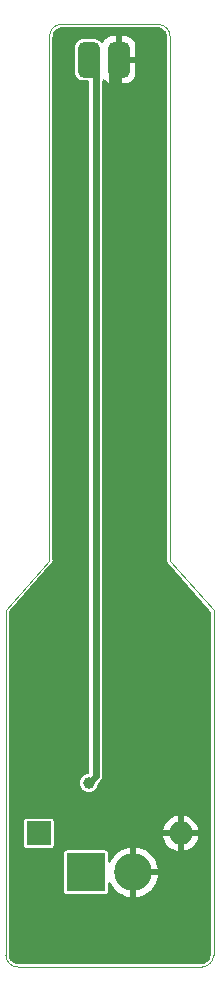
<source format=gbr>
%TF.GenerationSoftware,KiCad,Pcbnew,6.0.2-378541a8eb~116~ubuntu20.04.1*%
%TF.CreationDate,2022-02-19T19:42:58-08:00*%
%TF.ProjectId,menorah555_shamash,6d656e6f-7261-4683-9535-355f7368616d,B*%
%TF.SameCoordinates,Original*%
%TF.FileFunction,Copper,L1,Top*%
%TF.FilePolarity,Positive*%
%FSLAX46Y46*%
G04 Gerber Fmt 4.6, Leading zero omitted, Abs format (unit mm)*
G04 Created by KiCad (PCBNEW 6.0.2-378541a8eb~116~ubuntu20.04.1) date 2022-02-19 19:42:58*
%MOMM*%
%LPD*%
G01*
G04 APERTURE LIST*
G04 Aperture macros list*
%AMRoundRect*
0 Rectangle with rounded corners*
0 $1 Rounding radius*
0 $2 $3 $4 $5 $6 $7 $8 $9 X,Y pos of 4 corners*
0 Add a 4 corners polygon primitive as box body*
4,1,4,$2,$3,$4,$5,$6,$7,$8,$9,$2,$3,0*
0 Add four circle primitives for the rounded corners*
1,1,$1+$1,$2,$3*
1,1,$1+$1,$4,$5*
1,1,$1+$1,$6,$7*
1,1,$1+$1,$8,$9*
0 Add four rect primitives between the rounded corners*
20,1,$1+$1,$2,$3,$4,$5,0*
20,1,$1+$1,$4,$5,$6,$7,0*
20,1,$1+$1,$6,$7,$8,$9,0*
20,1,$1+$1,$8,$9,$2,$3,0*%
G04 Aperture macros list end*
%TA.AperFunction,Profile*%
%ADD10C,0.050000*%
%TD*%
%TA.AperFunction,SMDPad,CuDef*%
%ADD11RoundRect,0.450000X0.450000X1.050000X-0.450000X1.050000X-0.450000X-1.050000X0.450000X-1.050000X0*%
%TD*%
%TA.AperFunction,ComponentPad*%
%ADD12R,2.000000X2.000000*%
%TD*%
%TA.AperFunction,ComponentPad*%
%ADD13O,2.000000X2.000000*%
%TD*%
%TA.AperFunction,ComponentPad*%
%ADD14R,3.200000X3.200000*%
%TD*%
%TA.AperFunction,ComponentPad*%
%ADD15O,3.200000X3.200000*%
%TD*%
%TA.AperFunction,ViaPad*%
%ADD16C,1.000000*%
%TD*%
%TA.AperFunction,Conductor*%
%ADD17C,0.600000*%
%TD*%
G04 APERTURE END LIST*
D10*
X110100000Y-64800000D02*
X118300000Y-64800000D01*
X119300000Y-110200000D02*
X123000000Y-114400000D01*
X109100000Y-110200000D02*
X105400000Y-114400000D01*
X109100000Y-65800000D02*
X109100000Y-110200000D01*
X110100000Y-64800000D02*
G75*
G03*
X109100000Y-65800000I-1J-999999D01*
G01*
X105400000Y-114400000D02*
X105400000Y-143600000D01*
X123000000Y-114400000D02*
X123000000Y-143600000D01*
X119300000Y-65800000D02*
X119300000Y-110200000D01*
X119300000Y-65800000D02*
G75*
G03*
X118300000Y-64800000I-999999J1D01*
G01*
X122000000Y-144600000D02*
G75*
G03*
X123000000Y-143600000I1J999999D01*
G01*
X106400000Y-144600000D02*
X122000000Y-144600000D01*
X105400000Y-143600000D02*
G75*
G03*
X106400000Y-144600000I999999J-1D01*
G01*
D11*
%TO.P,LED1,1,K*%
%TO.N,GND*%
X114970000Y-67800000D03*
%TO.P,LED1,2,A*%
%TO.N,Net-(LED1-Pad2)*%
X112430000Y-67800000D03*
%TD*%
D12*
%TO.P,C19,1*%
%TO.N,Net-(C19-Pad1)*%
X108200000Y-133300000D03*
D13*
%TO.P,C19,2*%
%TO.N,GND*%
X120200000Y-133300000D03*
%TD*%
D14*
%TO.P,J3,1,In*%
%TO.N,Net-(C19-Pad1)*%
X112200000Y-136600000D03*
D15*
%TO.P,J3,2,Ext*%
%TO.N,GND*%
X116200000Y-136600000D03*
%TD*%
D16*
%TO.N,GND*%
X117900000Y-69200000D03*
X110300000Y-69200000D03*
X117230000Y-129110000D03*
%TO.N,Net-(LED1-Pad2)*%
X112430000Y-129020000D03*
%TD*%
D17*
%TO.N,GND*%
X117160000Y-129110000D02*
X117230000Y-129110000D01*
X114380000Y-126330000D02*
X117160000Y-129110000D01*
X114970000Y-67800000D02*
X114380000Y-68390000D01*
X114380000Y-68390000D02*
X114380000Y-126330000D01*
%TO.N,Net-(LED1-Pad2)*%
X112430000Y-67800000D02*
X113030000Y-68400000D01*
X113030000Y-68400000D02*
X113030000Y-128420000D01*
X113030000Y-128420000D02*
X112430000Y-129020000D01*
%TD*%
%TA.AperFunction,Conductor*%
%TO.N,GND*%
G36*
X118287153Y-65056421D02*
G01*
X118300000Y-65058976D01*
X118312172Y-65056555D01*
X118319754Y-65056555D01*
X118332104Y-65057162D01*
X118433188Y-65067118D01*
X118457408Y-65071935D01*
X118573617Y-65107187D01*
X118596418Y-65116631D01*
X118703517Y-65173876D01*
X118724047Y-65187594D01*
X118817909Y-65264626D01*
X118835374Y-65282091D01*
X118912406Y-65375953D01*
X118926124Y-65396483D01*
X118983369Y-65503582D01*
X118992813Y-65526383D01*
X119028065Y-65642592D01*
X119032882Y-65666812D01*
X119042838Y-65767896D01*
X119043445Y-65780246D01*
X119043445Y-65787828D01*
X119041024Y-65800000D01*
X119043445Y-65812170D01*
X119043579Y-65812844D01*
X119046000Y-65837425D01*
X119046000Y-110150404D01*
X119044849Y-110159220D01*
X119045509Y-110159262D01*
X119044725Y-110171652D01*
X119041541Y-110183642D01*
X119043188Y-110195938D01*
X119045004Y-110209495D01*
X119045512Y-110213874D01*
X119046000Y-110218828D01*
X119046000Y-110225017D01*
X119048537Y-110237771D01*
X119049842Y-110245622D01*
X119054955Y-110283795D01*
X119059119Y-110290969D01*
X119060737Y-110299106D01*
X119067630Y-110309422D01*
X119067631Y-110309424D01*
X119082133Y-110331127D01*
X119086345Y-110337883D01*
X119092872Y-110349130D01*
X119096970Y-110353782D01*
X119099875Y-110357817D01*
X119102380Y-110361430D01*
X119116876Y-110383124D01*
X119127191Y-110390016D01*
X119135970Y-110398795D01*
X119135502Y-110399263D01*
X119142194Y-110405117D01*
X122646578Y-114383066D01*
X122714545Y-114460218D01*
X122744566Y-114524555D01*
X122746000Y-114543508D01*
X122746000Y-143562575D01*
X122743579Y-143587153D01*
X122741024Y-143600000D01*
X122743445Y-143612172D01*
X122743445Y-143619754D01*
X122742838Y-143632104D01*
X122732882Y-143733188D01*
X122728065Y-143757408D01*
X122692813Y-143873617D01*
X122683369Y-143896418D01*
X122626124Y-144003517D01*
X122612406Y-144024047D01*
X122535374Y-144117909D01*
X122517909Y-144135374D01*
X122424047Y-144212406D01*
X122403517Y-144226124D01*
X122296418Y-144283369D01*
X122273617Y-144292813D01*
X122157408Y-144328065D01*
X122133188Y-144332882D01*
X122032104Y-144342838D01*
X122019754Y-144343445D01*
X122012172Y-144343445D01*
X122000000Y-144341024D01*
X121987153Y-144343579D01*
X121962575Y-144346000D01*
X106437425Y-144346000D01*
X106412847Y-144343579D01*
X106400000Y-144341024D01*
X106387828Y-144343445D01*
X106380246Y-144343445D01*
X106367896Y-144342838D01*
X106266812Y-144332882D01*
X106242592Y-144328065D01*
X106126383Y-144292813D01*
X106103582Y-144283369D01*
X105996483Y-144226124D01*
X105975953Y-144212406D01*
X105882091Y-144135374D01*
X105864626Y-144117909D01*
X105787594Y-144024047D01*
X105773876Y-144003517D01*
X105716631Y-143896418D01*
X105707187Y-143873617D01*
X105671935Y-143757408D01*
X105667118Y-143733188D01*
X105657162Y-143632104D01*
X105656555Y-143619754D01*
X105656555Y-143612172D01*
X105658976Y-143600000D01*
X105656421Y-143587153D01*
X105654000Y-143562575D01*
X105654000Y-134974933D01*
X110345500Y-134974933D01*
X110345501Y-138225066D01*
X110360266Y-138299301D01*
X110367161Y-138309620D01*
X110367162Y-138309622D01*
X110390748Y-138344920D01*
X110416516Y-138383484D01*
X110500699Y-138439734D01*
X110574933Y-138454500D01*
X112199737Y-138454500D01*
X113825066Y-138454499D01*
X113860818Y-138447388D01*
X113887126Y-138442156D01*
X113887128Y-138442155D01*
X113899301Y-138439734D01*
X113909621Y-138432839D01*
X113909622Y-138432838D01*
X113973168Y-138390377D01*
X113983484Y-138383484D01*
X114039734Y-138299301D01*
X114054500Y-138225067D01*
X114054500Y-137556714D01*
X114074502Y-137488593D01*
X114128158Y-137442100D01*
X114198432Y-137431996D01*
X114263012Y-137461490D01*
X114293065Y-137500100D01*
X114379389Y-137671736D01*
X114383745Y-137679102D01*
X114541687Y-137908907D01*
X114546995Y-137915605D01*
X114734670Y-138121858D01*
X114740841Y-138127775D01*
X114954761Y-138306641D01*
X114961693Y-138311676D01*
X115197895Y-138459846D01*
X115205446Y-138463895D01*
X115459581Y-138578640D01*
X115467612Y-138581627D01*
X115734967Y-138660822D01*
X115743318Y-138662689D01*
X115928090Y-138690962D01*
X115941877Y-138689107D01*
X115946000Y-138675298D01*
X115946000Y-138674560D01*
X116454000Y-138674560D01*
X116458105Y-138688542D01*
X116471271Y-138690585D01*
X116591658Y-138676016D01*
X116600075Y-138674411D01*
X116869786Y-138603654D01*
X116877902Y-138600923D01*
X117135521Y-138494213D01*
X117143183Y-138490410D01*
X117383943Y-138349721D01*
X117391008Y-138344920D01*
X117610451Y-138172854D01*
X117616807Y-138167131D01*
X117810861Y-137966882D01*
X117816381Y-137960351D01*
X117981464Y-137735617D01*
X117986048Y-137728393D01*
X118119099Y-137483346D01*
X118122667Y-137475553D01*
X118221227Y-137214721D01*
X118223704Y-137206515D01*
X118285953Y-136934720D01*
X118287294Y-136926257D01*
X118292132Y-136872044D01*
X118289161Y-136857125D01*
X118277354Y-136854000D01*
X116472115Y-136854000D01*
X116456876Y-136858475D01*
X116455671Y-136859865D01*
X116454000Y-136867548D01*
X116454000Y-138674560D01*
X115946000Y-138674560D01*
X115946000Y-136327885D01*
X116454000Y-136327885D01*
X116458475Y-136343124D01*
X116459865Y-136344329D01*
X116467548Y-136346000D01*
X118277495Y-136346000D01*
X118292486Y-136341598D01*
X118294541Y-136330315D01*
X118293669Y-136317519D01*
X118292508Y-136309047D01*
X118235962Y-136035998D01*
X118233658Y-136027744D01*
X118140579Y-135764897D01*
X118137183Y-135757049D01*
X118009286Y-135509254D01*
X118004858Y-135501942D01*
X117844515Y-135273798D01*
X117839133Y-135267152D01*
X117649318Y-135062886D01*
X117643078Y-135057027D01*
X117427296Y-134880411D01*
X117420324Y-134875456D01*
X117182560Y-134729754D01*
X117174990Y-134725796D01*
X116919657Y-134613714D01*
X116911597Y-134610812D01*
X116643432Y-134534424D01*
X116635054Y-134532642D01*
X116471935Y-134509427D01*
X116457949Y-134511458D01*
X116454000Y-134524943D01*
X116454000Y-136327885D01*
X115946000Y-136327885D01*
X115946000Y-134525332D01*
X115941956Y-134511561D01*
X115928417Y-134509532D01*
X115786621Y-134528200D01*
X115778223Y-134529893D01*
X115509274Y-134603469D01*
X115501179Y-134606288D01*
X115244694Y-134715688D01*
X115237071Y-134719572D01*
X114997806Y-134862768D01*
X114990777Y-134867653D01*
X114773153Y-135042004D01*
X114766864Y-135047787D01*
X114574913Y-135250061D01*
X114569460Y-135256654D01*
X114406747Y-135483092D01*
X114402230Y-135490377D01*
X114291853Y-135698843D01*
X114242301Y-135749686D01*
X114173126Y-135765668D01*
X114106293Y-135741714D01*
X114063019Y-135685430D01*
X114054499Y-135639884D01*
X114054499Y-134974934D01*
X114039734Y-134900699D01*
X113983484Y-134816516D01*
X113899301Y-134760266D01*
X113825067Y-134745500D01*
X112200263Y-134745500D01*
X110574934Y-134745501D01*
X110539182Y-134752612D01*
X110512874Y-134757844D01*
X110512872Y-134757845D01*
X110500699Y-134760266D01*
X110490379Y-134767161D01*
X110490378Y-134767162D01*
X110429985Y-134807516D01*
X110416516Y-134816516D01*
X110360266Y-134900699D01*
X110345500Y-134974933D01*
X105654000Y-134974933D01*
X105654000Y-132274933D01*
X106945500Y-132274933D01*
X106945501Y-134325066D01*
X106960266Y-134399301D01*
X107016516Y-134483484D01*
X107100699Y-134539734D01*
X107174933Y-134554500D01*
X108199834Y-134554500D01*
X109225066Y-134554499D01*
X109260818Y-134547388D01*
X109287126Y-134542156D01*
X109287128Y-134542155D01*
X109299301Y-134539734D01*
X109309621Y-134532839D01*
X109309622Y-134532838D01*
X109373168Y-134490377D01*
X109383484Y-134483484D01*
X109439734Y-134399301D01*
X109454500Y-134325067D01*
X109454500Y-133567431D01*
X118713353Y-133567431D01*
X118760218Y-133762634D01*
X118763264Y-133772008D01*
X118850313Y-133982163D01*
X118854795Y-133990958D01*
X118973643Y-134184899D01*
X118979443Y-134192883D01*
X119127178Y-134365858D01*
X119134142Y-134372822D01*
X119307117Y-134520557D01*
X119315101Y-134526357D01*
X119509042Y-134645205D01*
X119517837Y-134649687D01*
X119727992Y-134736736D01*
X119737366Y-134739782D01*
X119928385Y-134785642D01*
X119942469Y-134784937D01*
X119946000Y-134776056D01*
X119946000Y-134771756D01*
X120454000Y-134771756D01*
X120457973Y-134785287D01*
X120467431Y-134786647D01*
X120662634Y-134739782D01*
X120672008Y-134736736D01*
X120882163Y-134649687D01*
X120890958Y-134645205D01*
X121084899Y-134526357D01*
X121092883Y-134520557D01*
X121265858Y-134372822D01*
X121272822Y-134365858D01*
X121420557Y-134192883D01*
X121426357Y-134184899D01*
X121545205Y-133990958D01*
X121549687Y-133982163D01*
X121636736Y-133772008D01*
X121639782Y-133762634D01*
X121685642Y-133571615D01*
X121684937Y-133557531D01*
X121676056Y-133554000D01*
X120472115Y-133554000D01*
X120456876Y-133558475D01*
X120455671Y-133559865D01*
X120454000Y-133567548D01*
X120454000Y-134771756D01*
X119946000Y-134771756D01*
X119946000Y-133572115D01*
X119941525Y-133556876D01*
X119940135Y-133555671D01*
X119932452Y-133554000D01*
X118728244Y-133554000D01*
X118714713Y-133557973D01*
X118713353Y-133567431D01*
X109454500Y-133567431D01*
X109454500Y-133028385D01*
X118714358Y-133028385D01*
X118715063Y-133042469D01*
X118723944Y-133046000D01*
X119927885Y-133046000D01*
X119943124Y-133041525D01*
X119944329Y-133040135D01*
X119946000Y-133032452D01*
X119946000Y-133027885D01*
X120454000Y-133027885D01*
X120458475Y-133043124D01*
X120459865Y-133044329D01*
X120467548Y-133046000D01*
X121671756Y-133046000D01*
X121685287Y-133042027D01*
X121686647Y-133032569D01*
X121639782Y-132837366D01*
X121636736Y-132827992D01*
X121549687Y-132617837D01*
X121545205Y-132609042D01*
X121426357Y-132415101D01*
X121420557Y-132407117D01*
X121272822Y-132234142D01*
X121265858Y-132227178D01*
X121092883Y-132079443D01*
X121084899Y-132073643D01*
X120890958Y-131954795D01*
X120882163Y-131950313D01*
X120672008Y-131863264D01*
X120662634Y-131860218D01*
X120471615Y-131814358D01*
X120457531Y-131815063D01*
X120454000Y-131823944D01*
X120454000Y-133027885D01*
X119946000Y-133027885D01*
X119946000Y-131828244D01*
X119942027Y-131814713D01*
X119932569Y-131813353D01*
X119737366Y-131860218D01*
X119727992Y-131863264D01*
X119517837Y-131950313D01*
X119509042Y-131954795D01*
X119315101Y-132073643D01*
X119307117Y-132079443D01*
X119134142Y-132227178D01*
X119127178Y-132234142D01*
X118979443Y-132407117D01*
X118973643Y-132415101D01*
X118854795Y-132609042D01*
X118850313Y-132617837D01*
X118763264Y-132827992D01*
X118760218Y-132837366D01*
X118714358Y-133028385D01*
X109454500Y-133028385D01*
X109454499Y-132274934D01*
X109439734Y-132200699D01*
X109383484Y-132116516D01*
X109299301Y-132060266D01*
X109225067Y-132045500D01*
X108200166Y-132045500D01*
X107174934Y-132045501D01*
X107139182Y-132052612D01*
X107112874Y-132057844D01*
X107112872Y-132057845D01*
X107100699Y-132060266D01*
X107090379Y-132067161D01*
X107090378Y-132067162D01*
X107080679Y-132073643D01*
X107016516Y-132116516D01*
X106960266Y-132200699D01*
X106945500Y-132274933D01*
X105654000Y-132274933D01*
X105654000Y-114543507D01*
X105674002Y-114475386D01*
X105685455Y-114460217D01*
X105753422Y-114383066D01*
X109257806Y-110405117D01*
X109264498Y-110399263D01*
X109264030Y-110398795D01*
X109272809Y-110390016D01*
X109283124Y-110383124D01*
X109297620Y-110361430D01*
X109300125Y-110357817D01*
X109303030Y-110353782D01*
X109307128Y-110349130D01*
X109313655Y-110337883D01*
X109317867Y-110331127D01*
X109332369Y-110309424D01*
X109332370Y-110309422D01*
X109339263Y-110299106D01*
X109340881Y-110290969D01*
X109345045Y-110283795D01*
X109350158Y-110245622D01*
X109351463Y-110237771D01*
X109354000Y-110225017D01*
X109354000Y-110218828D01*
X109354488Y-110213874D01*
X109354996Y-110209495D01*
X109356812Y-110195938D01*
X109358459Y-110183642D01*
X109355275Y-110171652D01*
X109354491Y-110159262D01*
X109355151Y-110159220D01*
X109354000Y-110150404D01*
X109354000Y-68906306D01*
X111275500Y-68906306D01*
X111282210Y-68979328D01*
X111284211Y-68985712D01*
X111284211Y-68985714D01*
X111296926Y-69026286D01*
X111333201Y-69142041D01*
X111421533Y-69287894D01*
X111542106Y-69408467D01*
X111687959Y-69496799D01*
X111695206Y-69499070D01*
X111695208Y-69499071D01*
X111844286Y-69545789D01*
X111844288Y-69545789D01*
X111850672Y-69547790D01*
X111923694Y-69554500D01*
X112349500Y-69554500D01*
X112417621Y-69574502D01*
X112464114Y-69628158D01*
X112475500Y-69680500D01*
X112475500Y-128138129D01*
X112455498Y-128206250D01*
X112438595Y-128227224D01*
X112433075Y-128232744D01*
X112370763Y-128266770D01*
X112357155Y-128268958D01*
X112266957Y-128278438D01*
X112260286Y-128280709D01*
X112113387Y-128330717D01*
X112113384Y-128330718D01*
X112106717Y-128332988D01*
X112100719Y-128336678D01*
X112100717Y-128336679D01*
X111968543Y-128417993D01*
X111968541Y-128417995D01*
X111962544Y-128421684D01*
X111957511Y-128426613D01*
X111854807Y-128527189D01*
X111841605Y-128540117D01*
X111837794Y-128546031D01*
X111837792Y-128546033D01*
X111827823Y-128561502D01*
X111749909Y-128682400D01*
X111747498Y-128689025D01*
X111694425Y-128834840D01*
X111694424Y-128834845D01*
X111692015Y-128841463D01*
X111670800Y-129009399D01*
X111687318Y-129177862D01*
X111740748Y-129338479D01*
X111828435Y-129483267D01*
X111833326Y-129488332D01*
X111833327Y-129488333D01*
X111857062Y-129512911D01*
X111946021Y-129605031D01*
X112087660Y-129697717D01*
X112246315Y-129756720D01*
X112253296Y-129757651D01*
X112253298Y-129757652D01*
X112407118Y-129778176D01*
X112407122Y-129778176D01*
X112414099Y-129779107D01*
X112421110Y-129778469D01*
X112421114Y-129778469D01*
X112575652Y-129764405D01*
X112582673Y-129763766D01*
X112743659Y-129711458D01*
X112889056Y-129624784D01*
X113011638Y-129508052D01*
X113015539Y-129502181D01*
X113101410Y-129372935D01*
X113101411Y-129372933D01*
X113105311Y-129367063D01*
X113165420Y-129208824D01*
X113182456Y-129087605D01*
X113211744Y-129022931D01*
X113218135Y-129016046D01*
X113411413Y-128822768D01*
X113415221Y-128819115D01*
X113454948Y-128782584D01*
X113454949Y-128782583D01*
X113461266Y-128776774D01*
X113484381Y-128739494D01*
X113491104Y-128729712D01*
X113512433Y-128701613D01*
X113512434Y-128701612D01*
X113517630Y-128694766D01*
X113523237Y-128680604D01*
X113533303Y-128660591D01*
X113536795Y-128654959D01*
X113536795Y-128654958D01*
X113541323Y-128647656D01*
X113553564Y-128605524D01*
X113557408Y-128594299D01*
X113570393Y-128561502D01*
X113570395Y-128561495D01*
X113573556Y-128553510D01*
X113575148Y-128538367D01*
X113579459Y-128516394D01*
X113581867Y-128508104D01*
X113583709Y-128501765D01*
X113584500Y-128490993D01*
X113584500Y-128455995D01*
X113585190Y-128442824D01*
X113588539Y-128410963D01*
X113589437Y-128402419D01*
X113586263Y-128383654D01*
X113584500Y-128362652D01*
X113584500Y-69572583D01*
X113604502Y-69504462D01*
X113658158Y-69457969D01*
X113728432Y-69447865D01*
X113793012Y-69477359D01*
X113808143Y-69492948D01*
X113835065Y-69525958D01*
X113844038Y-69534931D01*
X113984976Y-69649877D01*
X113995574Y-69656865D01*
X114156738Y-69741119D01*
X114168533Y-69745837D01*
X114343714Y-69796069D01*
X114355451Y-69798255D01*
X114461845Y-69807751D01*
X114467440Y-69808000D01*
X114697885Y-69808000D01*
X114713124Y-69803525D01*
X114714329Y-69802135D01*
X114716000Y-69794452D01*
X114716000Y-69789885D01*
X115224000Y-69789885D01*
X115228475Y-69805124D01*
X115229865Y-69806329D01*
X115237548Y-69808000D01*
X115472560Y-69808000D01*
X115478155Y-69807751D01*
X115584549Y-69798255D01*
X115596286Y-69796069D01*
X115771467Y-69745837D01*
X115783262Y-69741119D01*
X115944426Y-69656865D01*
X115955024Y-69649877D01*
X116095962Y-69534931D01*
X116104931Y-69525962D01*
X116219877Y-69385024D01*
X116226865Y-69374426D01*
X116311119Y-69213262D01*
X116315837Y-69201467D01*
X116366069Y-69026286D01*
X116368255Y-69014549D01*
X116377751Y-68908155D01*
X116378000Y-68902560D01*
X116378000Y-68072115D01*
X116373525Y-68056876D01*
X116372135Y-68055671D01*
X116364452Y-68054000D01*
X115242115Y-68054000D01*
X115226876Y-68058475D01*
X115225671Y-68059865D01*
X115224000Y-68067548D01*
X115224000Y-69789885D01*
X114716000Y-69789885D01*
X114716000Y-67527885D01*
X115224000Y-67527885D01*
X115228475Y-67543124D01*
X115229865Y-67544329D01*
X115237548Y-67546000D01*
X116359885Y-67546000D01*
X116375124Y-67541525D01*
X116376329Y-67540135D01*
X116378000Y-67532452D01*
X116378000Y-66697440D01*
X116377751Y-66691845D01*
X116368255Y-66585451D01*
X116366069Y-66573714D01*
X116315837Y-66398533D01*
X116311119Y-66386738D01*
X116226865Y-66225574D01*
X116219877Y-66214976D01*
X116104931Y-66074038D01*
X116095962Y-66065069D01*
X115955024Y-65950123D01*
X115944426Y-65943135D01*
X115783262Y-65858881D01*
X115771467Y-65854163D01*
X115596286Y-65803931D01*
X115584549Y-65801745D01*
X115478155Y-65792249D01*
X115472560Y-65792000D01*
X115242115Y-65792000D01*
X115226876Y-65796475D01*
X115225671Y-65797865D01*
X115224000Y-65805548D01*
X115224000Y-67527885D01*
X114716000Y-67527885D01*
X114716000Y-65810115D01*
X114711525Y-65794876D01*
X114710135Y-65793671D01*
X114702452Y-65792000D01*
X114467440Y-65792000D01*
X114461845Y-65792249D01*
X114355451Y-65801745D01*
X114343714Y-65803931D01*
X114168533Y-65854163D01*
X114156738Y-65858881D01*
X113995574Y-65943135D01*
X113984976Y-65950123D01*
X113844038Y-66065069D01*
X113835069Y-66074038D01*
X113720123Y-66214976D01*
X113713133Y-66225577D01*
X113665202Y-66317260D01*
X113615916Y-66368361D01*
X113546826Y-66384705D01*
X113479868Y-66361101D01*
X113445766Y-66324157D01*
X113442403Y-66318605D01*
X113442401Y-66318602D01*
X113438467Y-66312106D01*
X113317894Y-66191533D01*
X113172041Y-66103201D01*
X113164794Y-66100930D01*
X113164792Y-66100929D01*
X113015714Y-66054211D01*
X113015712Y-66054211D01*
X113009328Y-66052210D01*
X112936306Y-66045500D01*
X111923694Y-66045500D01*
X111850672Y-66052210D01*
X111844288Y-66054211D01*
X111844286Y-66054211D01*
X111695208Y-66100929D01*
X111695206Y-66100930D01*
X111687959Y-66103201D01*
X111542106Y-66191533D01*
X111421533Y-66312106D01*
X111333201Y-66457959D01*
X111330930Y-66465206D01*
X111330929Y-66465208D01*
X111284211Y-66614286D01*
X111282210Y-66620672D01*
X111275500Y-66693694D01*
X111275500Y-68906306D01*
X109354000Y-68906306D01*
X109354000Y-65837425D01*
X109356421Y-65812844D01*
X109356555Y-65812170D01*
X109358976Y-65800000D01*
X109356555Y-65787828D01*
X109356555Y-65780246D01*
X109357162Y-65767896D01*
X109367118Y-65666812D01*
X109371935Y-65642592D01*
X109407187Y-65526383D01*
X109416631Y-65503582D01*
X109473876Y-65396483D01*
X109487594Y-65375953D01*
X109564626Y-65282091D01*
X109582091Y-65264626D01*
X109675953Y-65187594D01*
X109696483Y-65173876D01*
X109803582Y-65116631D01*
X109826383Y-65107187D01*
X109942592Y-65071935D01*
X109966812Y-65067118D01*
X110067896Y-65057162D01*
X110080246Y-65056555D01*
X110087828Y-65056555D01*
X110100000Y-65058976D01*
X110112847Y-65056421D01*
X110137425Y-65054000D01*
X118262575Y-65054000D01*
X118287153Y-65056421D01*
G37*
%TD.AperFunction*%
%TD*%
M02*

</source>
